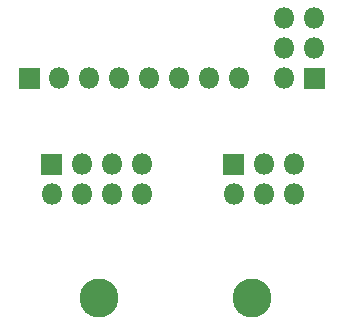
<source format=gbr>
G04 #@! TF.GenerationSoftware,KiCad,Pcbnew,(5.1.8)-1*
G04 #@! TF.CreationDate,2021-02-09T21:04:32+01:00*
G04 #@! TF.ProjectId,attnodev2_prog_u,6174746e-6f64-4657-9632-5f70726f675f,rev?*
G04 #@! TF.SameCoordinates,Original*
G04 #@! TF.FileFunction,Soldermask,Bot*
G04 #@! TF.FilePolarity,Negative*
%FSLAX46Y46*%
G04 Gerber Fmt 4.6, Leading zero omitted, Abs format (unit mm)*
G04 Created by KiCad (PCBNEW (5.1.8)-1) date 2021-02-09 21:04:32*
%MOMM*%
%LPD*%
G01*
G04 APERTURE LIST*
%ADD10C,3.302000*%
%ADD11O,1.802000X1.802000*%
G04 APERTURE END LIST*
D10*
X63776000Y-83100000D03*
X76776000Y-83100000D03*
D11*
X79476600Y-59436000D03*
X82016600Y-59436000D03*
X79476600Y-61976000D03*
X82016600Y-61976000D03*
X79476600Y-64516000D03*
G36*
G01*
X82917600Y-63666000D02*
X82917600Y-65366000D01*
G75*
G02*
X82866600Y-65417000I-51000J0D01*
G01*
X81166600Y-65417000D01*
G75*
G02*
X81115600Y-65366000I0J51000D01*
G01*
X81115600Y-63666000D01*
G75*
G02*
X81166600Y-63615000I51000J0D01*
G01*
X82866600Y-63615000D01*
G75*
G02*
X82917600Y-63666000I0J-51000D01*
G01*
G37*
G36*
G01*
X76050000Y-72701000D02*
X74350000Y-72701000D01*
G75*
G02*
X74299000Y-72650000I0J51000D01*
G01*
X74299000Y-70950000D01*
G75*
G02*
X74350000Y-70899000I51000J0D01*
G01*
X76050000Y-70899000D01*
G75*
G02*
X76101000Y-70950000I0J-51000D01*
G01*
X76101000Y-72650000D01*
G75*
G02*
X76050000Y-72701000I-51000J0D01*
G01*
G37*
X75200000Y-74340000D03*
X77740000Y-71800000D03*
X77740000Y-74340000D03*
X80280000Y-71800000D03*
X80280000Y-74340000D03*
X75692000Y-64516000D03*
X73152000Y-64516000D03*
X70612000Y-64516000D03*
X68072000Y-64516000D03*
X65532000Y-64516000D03*
X62992000Y-64516000D03*
X60452000Y-64516000D03*
G36*
G01*
X58762000Y-65417000D02*
X57062000Y-65417000D01*
G75*
G02*
X57011000Y-65366000I0J51000D01*
G01*
X57011000Y-63666000D01*
G75*
G02*
X57062000Y-63615000I51000J0D01*
G01*
X58762000Y-63615000D01*
G75*
G02*
X58813000Y-63666000I0J-51000D01*
G01*
X58813000Y-65366000D01*
G75*
G02*
X58762000Y-65417000I-51000J0D01*
G01*
G37*
G36*
G01*
X60650000Y-72701000D02*
X58950000Y-72701000D01*
G75*
G02*
X58899000Y-72650000I0J51000D01*
G01*
X58899000Y-70950000D01*
G75*
G02*
X58950000Y-70899000I51000J0D01*
G01*
X60650000Y-70899000D01*
G75*
G02*
X60701000Y-70950000I0J-51000D01*
G01*
X60701000Y-72650000D01*
G75*
G02*
X60650000Y-72701000I-51000J0D01*
G01*
G37*
X59800000Y-74340000D03*
X62340000Y-71800000D03*
X62340000Y-74340000D03*
X64880000Y-71800000D03*
X64880000Y-74340000D03*
X67420000Y-71800000D03*
X67420000Y-74340000D03*
M02*

</source>
